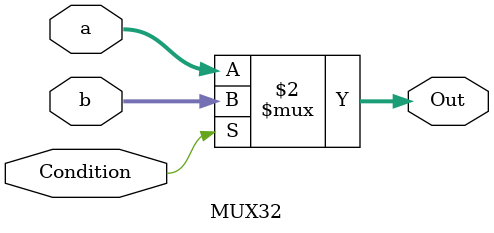
<source format=v>
module MUX32(a,b,Condition,Out);
	input [31:0] a,b;
	input Condition;
	output [31:0]Out;
	assign Out = (Condition == 0) ? a:b;
endmodule

</source>
